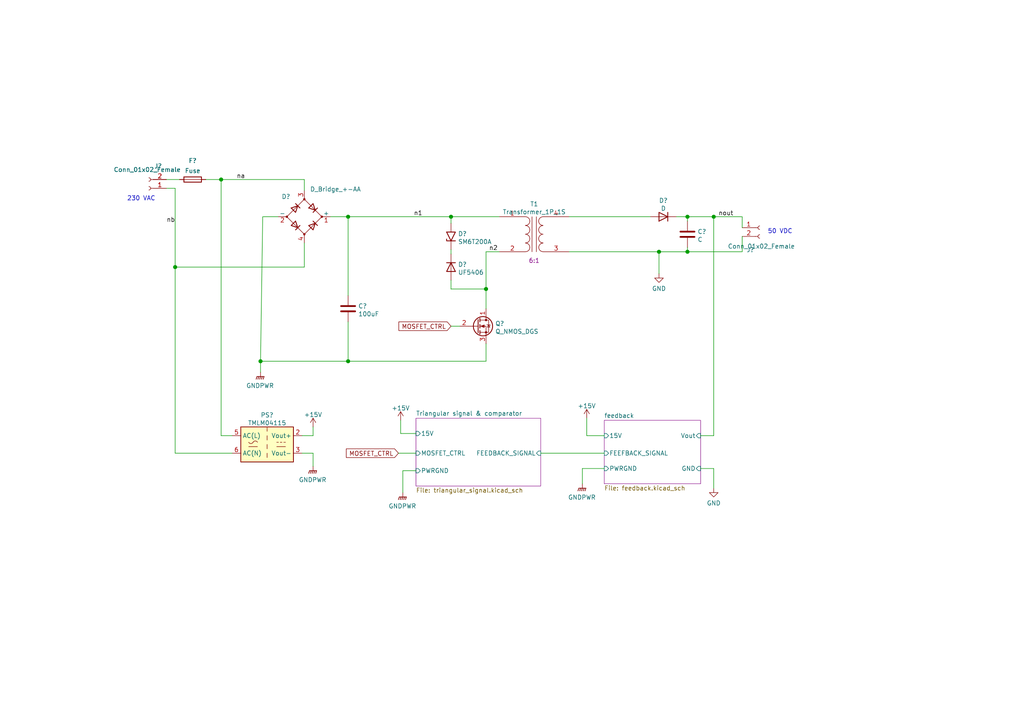
<source format=kicad_sch>
(kicad_sch (version 20210406) (generator eeschema)
  (paper "A4")
  (lib_symbols
    (symbol "Connector:Conn_01x02_Female" (pin_names (offset 1.016) hide)
      (property "Reference" "J" (at 0 2.54 0))
      (property "Value" "Conn_01x02_Female" (at 0 -5.08 0))
      (symbol "Conn_01x02_Female_1_1"
        (arc (start 0 -2.032) (end 0 -3.048) (radius (at 0 -2.54) (length 0.508) (angles 90.1 -90.1)) (stroke (width 0.1524)))
        (arc (start 0 0.508) (end 0 -0.508) (radius (at 0 0) (length 0.508) (angles 90.1 -90.1)) (stroke (width 0.1524)))
        (polyline (pts (xy -1.27 -2.54) (xy -0.508 -2.54)) (stroke (width 0.1524)))
        (polyline (pts (xy -1.27 0) (xy -0.508 0)) (stroke (width 0.1524)))
        (pin passive line (at -5.08 0 0) (length 3.81) (name "Pin_1") (number "1"))
        (pin passive line (at -5.08 -2.54 0) (length 3.81) (name "Pin_2") (number "2"))
      )
    )
    (symbol "Converter_ACDC:TMLM04115"
      (property "Reference" "PS" (at 0 6.35 0))
      (property "Value" "TMLM04115" (at 0 -6.35 0))
      (symbol "TMLM04115_0_1"
        (arc (start -5.334 0.635) (end -4.064 0.635) (radius (at -4.699 0.9652) (length 0.7112) (angles -152.5 -27.5)))
        (arc (start -2.794 0.635) (end -4.064 0.635) (radius (at -3.429 0.2794) (length 0.7366) (angles 29.2 150.8)))
        (rectangle (start -7.62 5.08) (end 7.62 -5.08) (stroke (width 0.254)) (fill (type background)))
        (polyline (pts (xy -5.334 -0.635) (xy -2.794 -0.635)))
        (polyline (pts (xy 0 -2.54) (xy 0 -3.81)))
        (polyline (pts (xy 0 0) (xy 0 -1.27)))
        (polyline (pts (xy 0 2.54) (xy 0 1.27)))
        (polyline (pts (xy 0 5.08) (xy 0 3.81)))
        (polyline (pts (xy 2.794 -0.635) (xy 5.334 -0.635)))
        (polyline (pts (xy 2.794 0.635) (xy 3.302 0.635)))
        (polyline (pts (xy 3.81 0.635) (xy 4.318 0.635)))
        (polyline (pts (xy 4.826 0.635) (xy 5.334 0.635)))
      )
      (symbol "TMLM04115_1_1"
        (pin power_out line (at 10.16 2.54 180) (length 2.54) (name "Vout+") (number "2"))
        (pin power_out line (at 10.16 -2.54 180) (length 2.54) (name "Vout-") (number "3"))
        (pin power_in line (at -10.16 2.54 0) (length 2.54) (name "AC(L)") (number "5"))
        (pin power_in line (at -10.16 -2.54 0) (length 2.54) (name "AC(N)") (number "6"))
      )
    )
    (symbol "Device:C" (pin_numbers hide) (pin_names (offset 0.254))
      (property "Reference" "C" (at 0.635 2.54 0))
      (property "Value" "C" (at 0.635 -2.54 0))
      (symbol "C_0_1"
        (polyline (pts (xy -2.032 -0.762) (xy 2.032 -0.762)) (stroke (width 0.508)))
        (polyline (pts (xy -2.032 0.762) (xy 2.032 0.762)) (stroke (width 0.508)))
      )
      (symbol "C_1_1"
        (pin passive line (at 0 3.81 270) (length 2.794) (name "~") (number "1"))
        (pin passive line (at 0 -3.81 90) (length 2.794) (name "~") (number "2"))
      )
    )
    (symbol "Device:D" (pin_numbers hide) (pin_names (offset 1.016) hide)
      (property "Reference" "D" (at 0 2.54 0))
      (property "Value" "D" (at 0 -2.54 0))
      (symbol "D_0_1"
        (polyline (pts (xy -1.27 1.27) (xy -1.27 -1.27)) (stroke (width 0.254)))
        (polyline (pts (xy 1.27 0) (xy -1.27 0)))
        (polyline (pts (xy 1.27 1.27) (xy 1.27 -1.27) (xy -1.27 0) (xy 1.27 1.27)) (stroke (width 0.254)))
      )
      (symbol "D_1_1"
        (pin passive line (at -3.81 0 0) (length 2.54) (name "K") (number "1"))
        (pin passive line (at 3.81 0 180) (length 2.54) (name "A") (number "2"))
      )
    )
    (symbol "Device:D_Bridge_+-AA" (pin_names (offset 0))
      (property "Reference" "D" (at 2.54 6.985 0))
      (property "Value" "D_Bridge_+-AA" (at 2.54 5.08 0))
      (symbol "D_Bridge_+-AA_0_1"
        (circle (center -5.08 0) (radius 0.254) (fill (type outline)))
        (circle (center 0 -5.08) (radius 0.254) (fill (type outline)))
        (circle (center 0 5.08) (radius 0.254) (fill (type outline)))
        (circle (center 5.08 0) (radius 0.254) (fill (type outline)))
        (polyline (pts (xy -2.54 3.81) (xy -1.27 2.54)) (stroke (width 0.254)))
        (polyline (pts (xy -1.27 -2.54) (xy -2.54 -3.81)) (stroke (width 0.254)))
        (polyline (pts (xy 2.54 -1.27) (xy 3.81 -2.54)) (stroke (width 0.254)))
        (polyline (pts (xy 2.54 1.27) (xy 3.81 2.54)) (stroke (width 0.254)))
        (polyline (pts (xy -3.81 2.54) (xy -2.54 1.27) (xy -1.905 3.175) (xy -3.81 2.54)) (stroke (width 0.254)))
        (polyline (pts (xy -2.54 -1.27) (xy -3.81 -2.54) (xy -1.905 -3.175) (xy -2.54 -1.27)) (stroke (width 0.254)))
        (polyline (pts (xy 1.27 2.54) (xy 2.54 3.81) (xy 3.175 1.905) (xy 1.27 2.54)) (stroke (width 0.254)))
        (polyline (pts (xy 3.175 -1.905) (xy 1.27 -2.54) (xy 2.54 -3.81) (xy 3.175 -1.905)) (stroke (width 0.254)))
        (polyline (pts (xy -5.08 0) (xy 0 -5.08) (xy 5.08 0) (xy 0 5.08) (xy -5.08 0)))
      )
      (symbol "D_Bridge_+-AA_1_1"
        (pin passive line (at 7.62 0 180) (length 2.54) (name "+") (number "1"))
        (pin passive line (at -7.62 0 0) (length 2.54) (name "-") (number "2"))
        (pin passive line (at 0 7.62 270) (length 2.54) (name "~~") (number "3"))
        (pin passive line (at 0 -7.62 90) (length 2.54) (name "~~") (number "4"))
      )
    )
    (symbol "Device:Fuse" (pin_numbers hide) (pin_names (offset 0))
      (property "Reference" "F" (at 2.032 0 90))
      (property "Value" "Fuse" (at -1.905 0 90))
      (symbol "Fuse_0_1"
        (rectangle (start -0.762 -2.54) (end 0.762 2.54) (stroke (width 0.254)))
        (polyline (pts (xy 0 2.54) (xy 0 -2.54)))
      )
      (symbol "Fuse_1_1"
        (pin passive line (at 0 3.81 270) (length 1.27) (name "~") (number "1"))
        (pin passive line (at 0 -3.81 90) (length 1.27) (name "~") (number "2"))
      )
    )
    (symbol "Device:Q_NMOS_DGS" (pin_names (offset 0) hide)
      (property "Reference" "Q" (at 5.08 1.27 0))
      (property "Value" "Q_NMOS_DGS" (at 5.08 -1.27 0))
      (symbol "Q_NMOS_DGS_0_1"
        (circle (center 1.651 0) (radius 2.794) (stroke (width 0.254)))
        (circle (center 2.54 -1.778) (radius 0.254) (fill (type outline)))
        (circle (center 2.54 1.778) (radius 0.254) (fill (type outline)))
        (polyline (pts (xy 0.254 0) (xy -2.54 0)))
        (polyline (pts (xy 0.254 1.905) (xy 0.254 -1.905)) (stroke (width 0.254)))
        (polyline (pts (xy 0.762 -1.27) (xy 0.762 -2.286)) (stroke (width 0.254)))
        (polyline (pts (xy 0.762 0.508) (xy 0.762 -0.508)) (stroke (width 0.254)))
        (polyline (pts (xy 0.762 2.286) (xy 0.762 1.27)) (stroke (width 0.254)))
        (polyline (pts (xy 2.54 2.54) (xy 2.54 1.778)))
        (polyline (pts (xy 2.54 -2.54) (xy 2.54 0) (xy 0.762 0)))
        (polyline (pts (xy 0.762 -1.778) (xy 3.302 -1.778) (xy 3.302 1.778) (xy 0.762 1.778)))
        (polyline (pts (xy 2.794 0.508) (xy 2.921 0.381) (xy 3.683 0.381) (xy 3.81 0.254)))
        (polyline (pts (xy 3.302 0.381) (xy 2.921 -0.254) (xy 3.683 -0.254) (xy 3.302 0.381)))
        (polyline (pts (xy 1.016 0) (xy 2.032 0.381) (xy 2.032 -0.381) (xy 1.016 0)) (fill (type outline)))
      )
      (symbol "Q_NMOS_DGS_1_1"
        (pin passive line (at 2.54 5.08 270) (length 2.54) (name "D") (number "1"))
        (pin input line (at -5.08 0 0) (length 2.54) (name "G") (number "2"))
        (pin passive line (at 2.54 -5.08 90) (length 2.54) (name "S") (number "3"))
      )
    )
    (symbol "Device:Transformer_1P_1S" (pin_names (offset 1.016) hide)
      (property "Reference" "T" (at 0 6.35 0))
      (property "Value" "Transformer_1P_1S" (at 0 -7.62 0))
      (symbol "Transformer_1P_1S_0_1"
        (arc (start -2.54 -2.54) (end -1.27 -3.81) (radius (at -2.54 -3.81) (length 1.27) (angles 89.9 0.1)))
        (arc (start -1.27 -3.81) (end -2.54 -5.0546) (radius (at -2.54 -3.81) (length 1.27) (angles -0.1 -89.9)))
        (arc (start -2.54 0) (end -1.27 -1.27) (radius (at -2.54 -1.27) (length 1.27) (angles 89.9 0.1)))
        (arc (start -1.27 -1.27) (end -2.54 -2.5146) (radius (at -2.54 -1.27) (length 1.27) (angles -0.1 -89.9)))
        (arc (start -2.54 2.54) (end -1.27 1.27) (radius (at -2.54 1.27) (length 1.27) (angles 89.9 0.1)))
        (arc (start -1.27 1.27) (end -2.54 0.0254) (radius (at -2.54 1.27) (length 1.27) (angles -0.1 -89.9)))
        (arc (start -2.54 5.08) (end -1.27 3.81) (radius (at -2.54 3.81) (length 1.27) (angles 89.9 0.1)))
        (arc (start -1.27 3.81) (end -2.54 2.5654) (radius (at -2.54 3.81) (length 1.27) (angles -0.1 -89.9)))
        (arc (start 2.54 0) (end 1.2954 -1.27) (radius (at 2.54 -1.27) (length 1.27) (angles 89.9 -179.9)))
        (arc (start 1.2954 -1.27) (end 2.54 -2.5146) (radius (at 2.54 -1.27) (length 1.27) (angles 179.9 -89.9)))
        (arc (start 2.54 2.54) (end 1.2954 1.27) (radius (at 2.54 1.27) (length 1.27) (angles 89.9 -179.9)))
        (arc (start 1.2954 1.27) (end 2.54 0.0254) (radius (at 2.54 1.27) (length 1.27) (angles 179.9 -89.9)))
        (arc (start 2.54 5.08) (end 1.2954 3.81) (radius (at 2.54 3.81) (length 1.27) (angles 89.9 -179.9)))
        (arc (start 1.2954 3.81) (end 2.54 2.5654) (radius (at 2.54 3.81) (length 1.27) (angles 179.9 -89.9)))
        (arc (start 2.5654 -2.54) (end 1.3208 -3.81) (radius (at 2.5654 -3.81) (length 1.27) (angles 91 -179.9)))
        (arc (start 2.5654 -5.0546) (end 1.3208 -3.81) (radius (at 2.5654 -3.81) (length 1.27) (angles -91.2 -179.9)))
        (polyline (pts (xy -0.635 5.08) (xy -0.635 -5.08)))
        (polyline (pts (xy 0.635 -5.08) (xy 0.635 5.08)))
      )
      (symbol "Transformer_1P_1S_1_1"
        (pin passive line (at -10.16 5.08 0) (length 7.62) (name "AA") (number "1"))
        (pin passive line (at -10.16 -5.08 0) (length 7.62) (name "AB") (number "2"))
        (pin passive line (at 10.16 -5.08 180) (length 7.62) (name "SA") (number "3"))
        (pin passive line (at 10.16 5.08 180) (length 7.62) (name "SB") (number "4"))
      )
    )
    (symbol "Diode:SM6T200A" (pin_numbers hide) (pin_names (offset 1.016) hide)
      (property "Reference" "D" (at 0 2.54 0))
      (property "Value" "SM6T200A" (at 0 -2.54 0))
      (symbol "SM6T200A_0_1"
        (polyline (pts (xy -0.762 1.27) (xy -1.27 1.27) (xy -1.27 -1.27)) (stroke (width 0.254)))
        (polyline (pts (xy 1.27 1.27) (xy 1.27 -1.27) (xy -1.27 0) (xy 1.27 1.27)) (stroke (width 0.254)))
      )
      (symbol "SM6T200A_1_1"
        (pin passive line (at -3.81 0 0) (length 2.54) (name "A1") (number "1"))
        (pin passive line (at 3.81 0 180) (length 2.54) (name "A2") (number "2"))
      )
    )
    (symbol "Diode:UF5406" (pin_numbers hide) (pin_names (offset 1.016) hide)
      (property "Reference" "D" (at 0 2.54 0))
      (property "Value" "UF5406" (at 0 -2.54 0))
      (symbol "UF5406_0_1"
        (polyline (pts (xy -1.27 1.27) (xy -1.27 -1.27)) (stroke (width 0.254)))
        (polyline (pts (xy 1.27 0) (xy -1.27 0)))
        (polyline (pts (xy 1.27 1.27) (xy 1.27 -1.27) (xy -1.27 0) (xy 1.27 1.27)) (stroke (width 0.254)))
      )
      (symbol "UF5406_1_1"
        (pin passive line (at -3.81 0 0) (length 2.54) (name "K") (number "1"))
        (pin passive line (at 3.81 0 180) (length 2.54) (name "A") (number "2"))
      )
    )
    (symbol "power:+15V" (power) (pin_names (offset 0))
      (property "Value" "+15V" (at 0 3.556 0))
      (symbol "+15V_0_1"
        (polyline (pts (xy -0.762 1.27) (xy 0 2.54)))
        (polyline (pts (xy 0 0) (xy 0 2.54)))
        (polyline (pts (xy 0 2.54) (xy 0.762 1.27)))
      )
      (symbol "+15V_1_1"
        (pin power_in line (at 0 0 90) (length 0) hide (name "+15V") (number "1"))
      )
    )
    (symbol "power:GND" (power) (pin_names (offset 0))
      (property "Value" "GND" (at 0 -3.81 0))
      (symbol "GND_0_1"
        (polyline (pts (xy 0 0) (xy 0 -1.27) (xy 1.27 -1.27) (xy 0 -2.54) (xy -1.27 -1.27) (xy 0 -1.27)))
      )
      (symbol "GND_1_1"
        (pin power_in line (at 0 0 270) (length 0) hide (name "GND") (number "1"))
      )
    )
    (symbol "power:GNDPWR" (power) (pin_names (offset 0))
      (property "Value" "GNDPWR" (at 0 -3.302 0))
      (symbol "GNDPWR_0_1"
        (polyline (pts (xy 0 -1.27) (xy 0 0)))
        (polyline (pts (xy -1.016 -1.27) (xy -1.27 -2.032) (xy -1.27 -2.032)) (stroke (width 0.2032)))
        (polyline (pts (xy -0.508 -1.27) (xy -0.762 -2.032) (xy -0.762 -2.032)) (stroke (width 0.2032)))
        (polyline (pts (xy 0 -1.27) (xy -0.254 -2.032) (xy -0.254 -2.032)) (stroke (width 0.2032)))
        (polyline (pts (xy 0.508 -1.27) (xy 0.254 -2.032) (xy 0.254 -2.032)) (stroke (width 0.2032)))
        (polyline (pts (xy 1.016 -1.27) (xy -1.016 -1.27) (xy -1.016 -1.27)) (stroke (width 0.2032)))
        (polyline (pts (xy 1.016 -1.27) (xy 0.762 -2.032) (xy 0.762 -2.032) (xy 0.762 -2.032)) (stroke (width 0.2032)))
      )
      (symbol "GNDPWR_1_1"
        (pin power_in line (at 0 0 270) (length 0) hide (name "GNDPWR") (number "1"))
      )
    )
  )
  (junction (at 50.8 77.47) (diameter 1.016))
  (junction (at 64.135 52.07) (diameter 1.016))
  (junction (at 75.565 104.775) (diameter 1.016))
  (junction (at 100.965 62.865) (diameter 1.016))
  (junction (at 100.965 104.775) (diameter 1.016))
  (junction (at 130.81 62.865) (diameter 1.016))
  (junction (at 140.97 83.82) (diameter 1.016))
  (junction (at 191.135 73.025) (diameter 1.016))
  (junction (at 199.39 62.865) (diameter 1.016))
  (junction (at 199.39 73.025) (diameter 1.016))
  (junction (at 207.01 62.865) (diameter 1.016))
  (wire (pts (xy 48.26 52.07) (xy 52.07 52.07)))
  (wire (pts (xy 50.8 54.61) (xy 48.26 54.61)))
  (wire (pts (xy 50.8 54.61) (xy 50.8 77.47)))
  (wire (pts (xy 50.8 77.47) (xy 50.8 131.445)))
  (wire (pts (xy 50.8 77.47) (xy 88.265 77.47)))
  (wire (pts (xy 50.8 131.445) (xy 67.31 131.445)))
  (wire (pts (xy 59.69 52.07) (xy 64.135 52.07)))
  (wire (pts (xy 64.135 52.07) (xy 64.135 126.365)))
  (wire (pts (xy 64.135 52.07) (xy 88.265 52.07)))
  (wire (pts (xy 67.31 126.365) (xy 64.135 126.365)))
  (wire (pts (xy 75.565 104.775) (xy 75.565 107.95)))
  (wire (pts (xy 76.2 62.865) (xy 75.565 104.775)))
  (wire (pts (xy 76.2 62.865) (xy 80.645 62.865)))
  (wire (pts (xy 87.63 126.365) (xy 90.805 126.365)))
  (wire (pts (xy 87.63 131.445) (xy 90.805 131.445)))
  (wire (pts (xy 88.265 55.245) (xy 88.265 52.07)))
  (wire (pts (xy 88.265 70.485) (xy 88.265 77.47)))
  (wire (pts (xy 90.805 123.825) (xy 90.805 126.365)))
  (wire (pts (xy 90.805 131.445) (xy 90.805 135.255)))
  (wire (pts (xy 95.885 62.865) (xy 100.965 62.865)))
  (wire (pts (xy 100.965 62.865) (xy 100.965 85.725)))
  (wire (pts (xy 100.965 62.865) (xy 130.81 62.865)))
  (wire (pts (xy 100.965 93.345) (xy 100.965 104.775)))
  (wire (pts (xy 100.965 104.775) (xy 75.565 104.775)))
  (wire (pts (xy 100.965 104.775) (xy 140.97 104.775)))
  (wire (pts (xy 115.57 131.445) (xy 120.65 131.445)))
  (wire (pts (xy 116.205 125.73) (xy 116.205 121.92)))
  (wire (pts (xy 116.84 136.525) (xy 116.84 142.875)))
  (wire (pts (xy 120.65 125.73) (xy 116.205 125.73)))
  (wire (pts (xy 120.65 136.525) (xy 116.84 136.525)))
  (wire (pts (xy 130.81 62.865) (xy 130.81 64.77)))
  (wire (pts (xy 130.81 62.865) (xy 144.78 62.865)))
  (wire (pts (xy 130.81 72.39) (xy 130.81 73.66)))
  (wire (pts (xy 130.81 81.28) (xy 130.81 83.82)))
  (wire (pts (xy 130.81 83.82) (xy 140.97 83.82)))
  (wire (pts (xy 130.81 94.615) (xy 133.35 94.615)))
  (wire (pts (xy 140.97 73.025) (xy 144.78 73.025)))
  (wire (pts (xy 140.97 83.82) (xy 140.97 73.025)))
  (wire (pts (xy 140.97 89.535) (xy 140.97 83.82)))
  (wire (pts (xy 140.97 99.695) (xy 140.97 104.775)))
  (wire (pts (xy 156.845 131.445) (xy 175.26 131.445)))
  (wire (pts (xy 165.1 62.865) (xy 188.595 62.865)))
  (wire (pts (xy 165.1 73.025) (xy 191.135 73.025)))
  (wire (pts (xy 168.91 135.89) (xy 168.91 140.335)))
  (wire (pts (xy 170.18 121.285) (xy 170.18 126.365)))
  (wire (pts (xy 175.26 126.365) (xy 170.18 126.365)))
  (wire (pts (xy 175.26 135.89) (xy 168.91 135.89)))
  (wire (pts (xy 191.135 73.025) (xy 191.135 79.375)))
  (wire (pts (xy 191.135 73.025) (xy 199.39 73.025)) (stroke (width 0.1524)))
  (wire (pts (xy 196.215 62.865) (xy 199.39 62.865)))
  (wire (pts (xy 199.39 62.865) (xy 199.39 64.135)))
  (wire (pts (xy 199.39 62.865) (xy 207.01 62.865)))
  (wire (pts (xy 199.39 71.755) (xy 199.39 73.025)))
  (wire (pts (xy 199.39 73.025) (xy 191.135 73.025)))
  (wire (pts (xy 199.39 73.025) (xy 215.265 73.025)) (stroke (width 0.1524)))
  (wire (pts (xy 203.2 135.89) (xy 207.01 135.89)))
  (wire (pts (xy 207.01 62.865) (xy 207.01 126.365)))
  (wire (pts (xy 207.01 62.865) (xy 215.265 62.865)))
  (wire (pts (xy 207.01 126.365) (xy 203.2 126.365)))
  (wire (pts (xy 207.01 135.89) (xy 207.01 141.605)))
  (wire (pts (xy 215.265 62.865) (xy 215.265 66.04)))
  (wire (pts (xy 215.265 68.58) (xy 215.265 73.025)))
  (text "230 VAC" (at 45.085 58.42 180) (effects (font (size 1.27 1.27)) (justify right bottom)))
  (text "50 VDC" (at 229.87 67.945 180) (effects (font (size 1.27 1.27)) (justify right bottom)))
  (label "nb" (at 50.8 64.77 180))
  (label "na" (at 71.12 52.07 180))
  (label "n1" (at 122.555 62.865 180))
  (label "n2" (at 144.3865 72.9594 180))
  (label "nout" (at 212.725 62.865 180))
  (global_label "MOSFET_CTRL" (shape input) (at 115.57 131.445 180) (property "Intersheet References" "${INTERSHEET_REFS}" (effects hide)))
  (global_label "MOSFET_CTRL" (shape input) (at 130.81 94.615 180) (property "Intersheet References" "${INTERSHEET_REFS}" (effects hide)))
  (symbol (lib_id "power:+15V") (at 90.805 123.825 0) (unit 1)
    (property "Reference" "#PWR?" (effects hide))
    (property "Value" "+15V" (at 90.805 120.2776 0))
  )
  (symbol (lib_id "power:+15V") (at 116.205 121.92 0) (unit 1)
    (property "Reference" "#PWR?" (effects hide))
    (property "Value" "+15V" (at 116.205 118.3726 0))
  )
  (symbol (lib_id "power:+15V") (at 170.18 121.285 0) (unit 1)
    (property "Reference" "#PWR?" (effects hide))
    (property "Value" "+15V" (at 170.18 117.7376 0))
  )
  (symbol (lib_id "power:GNDPWR") (at 75.565 107.95 0) (unit 1)
    (property "Reference" "#PWR?" (effects hide))
    (property "Value" "GNDPWR" (at 75.438 111.868 0))
  )
  (symbol (lib_id "power:GNDPWR") (at 90.805 135.255 0) (unit 1)
    (property "Reference" "#PWR?" (effects hide))
    (property "Value" "GNDPWR" (at 90.678 139.173 0))
  )
  (symbol (lib_id "power:GNDPWR") (at 116.84 142.875 0) (unit 1)
    (property "Reference" "#PWR?" (effects hide))
    (property "Value" "GNDPWR" (at 116.713 146.793 0))
  )
  (symbol (lib_id "power:GNDPWR") (at 168.91 140.335 0) (unit 1)
    (property "Reference" "#PWR?" (effects hide))
    (property "Value" "GNDPWR" (at 168.783 144.253 0))
  )
  (symbol (lib_id "power:GND") (at 191.135 79.375 0) (unit 1)
    (property "Reference" "#PWR?" (effects hide))
    (property "Value" "GND" (at 191.135 83.6994 0))
  )
  (symbol (lib_id "power:GND") (at 207.01 141.605 0) (unit 1)
    (property "Reference" "#PWR?" (effects hide))
    (property "Value" "GND" (at 207.01 145.9294 0))
  )
  (symbol (lib_id "Device:Fuse") (at 55.88 52.07 90) (unit 1)
    (property "Reference" "F?" (at 55.88 46.6048 90))
    (property "Value" "Fuse" (at 55.88 49.5385 90))
  )
  (symbol (lib_id "Connector:Conn_01x02_Female") (at 43.18 54.61 180) (unit 1)
    (property "Reference" "J?" (at 45.8724 48.1796 0))
    (property "Value" "Conn_01x02_Female" (at 42.6974 49.2083 0))
  )
  (symbol (lib_id "Connector:Conn_01x02_Female") (at 220.345 66.04 0) (unit 1)
    (property "Reference" "J?" (at 217.6526 72.4704 0))
    (property "Value" "Conn_01x02_Female" (at 220.8276 71.4417 0))
  )
  (symbol (lib_id "Diode:SM6T200A") (at 130.81 68.58 90) (unit 1)
    (property "Reference" "D?" (at 132.8421 67.8191 90) (effects (justify right)))
    (property "Value" "SM6T200A" (at 132.8421 70.1178 90) (effects (justify right)))
    (property "Footprint" "Diode_SMD:D_SMB" (effects hide))
    (property "Datasheet" "https://www.st.com/resource/en/datasheet/sm6t.pdf" (effects hide))
  )
  (symbol (lib_id "Diode:UF5406") (at 130.81 77.47 270) (unit 1)
    (property "Reference" "D?" (at 132.8421 76.7091 90) (effects (justify left)))
    (property "Value" "UF5406" (at 132.8421 79.0078 90) (effects (justify left)))
    (property "Footprint" "Diode_THT:D_DO-201AD_P15.24mm_Horizontal" (effects hide))
    (property "Datasheet" "http://www.vishay.com/docs/88756/uf5400.pdf" (effects hide))
  )
  (symbol (lib_id "Device:D") (at 192.405 62.865 180) (unit 1)
    (property "Reference" "D?" (at 192.405 58.1618 0))
    (property "Value" "D" (at 192.405 60.4605 0))
  )
  (symbol (lib_id "Device:C") (at 100.965 89.535 0) (unit 1)
    (property "Reference" "C?" (at 103.8861 88.7741 0) (effects (justify left)))
    (property "Value" "100uF" (at 103.8861 91.0728 0) (effects (justify left)))
  )
  (symbol (lib_id "Device:C") (at 199.39 67.945 0) (unit 1)
    (property "Reference" "C?" (at 202.3111 67.1841 0) (effects (justify left)))
    (property "Value" "C" (at 202.3111 69.4828 0) (effects (justify left)))
  )
  (symbol (lib_id "Device:Q_NMOS_DGS") (at 138.43 94.615 0) (unit 1)
    (property "Reference" "Q?" (at 143.6371 93.8541 0) (effects (justify left)))
    (property "Value" "Q_NMOS_DGS" (at 143.6371 96.1528 0) (effects (justify left)))
  )
  (symbol (lib_id "Converter_ACDC:TMLM04115") (at 77.47 128.905 0) (unit 1)
    (property "Reference" "PS?" (at 77.47 120.3918 0))
    (property "Value" "TMLM04115" (at 77.47 122.6905 0))
    (property "Footprint" "Converter_ACDC:Converter_ACDC_TRACO_TMLM-04_THT" (effects hide))
    (property "Datasheet" "https://www.tracopower.com/products/tmlm.pdf" (effects hide))
  )
  (symbol (lib_id "Device:Transformer_1P_1S") (at 154.94 67.945 0) (unit 1)
    (property "Reference" "T1" (at 154.94 59.1778 0))
    (property "Value" "Transformer_1P_1S" (at 154.94 61.4765 0))
    (property "Footprint" "Transformer_THT:Transformer_NF_ETAL_P3356" (effects hide))
    (property "Ratio" "6:1" (at 154.94 75.565 0))
  )
  (symbol (lib_id "Device:D_Bridge_+-AA") (at 88.265 62.865 0) (unit 1)
    (property "Reference" "D?" (at 81.6611 57.0241 0) (effects (justify left)))
    (property "Value" "D_Bridge_+-AA" (at 89.9161 54.8778 0) (effects (justify left)))
  )
  (sheet (at 120.65 121.285) (size 36.195 19.685) (stroke (width 0.0006) (color 132 0 132 1)) (fill (color 255 255 255 0.0000))
    (property "Sheet name" "Triangular signal & comparator" (at 120.65 120.6493 0) (effects (justify left bottom)))
    (property "Sheet file" "triangular_signal.kicad_sch" (at 120.65 141.4787 0) (effects (justify left top)))
    (pin "FEEDBACK_SIGNAL" input (at 156.845 131.445 0))
    (pin "PWRGND" input (at 120.65 136.525 180))
    (pin "MOSFET_CTRL" input (at 120.65 131.445 180))
    (pin "15V" input (at 120.65 125.73 180))
  )
  (sheet (at 175.26 121.92) (size 27.94 18.415) (stroke (width 0.0006) (color 132 0 132 1)) (fill (color 255 255 255 0.0000))
    (property "Sheet name" "feedback" (at 175.26 121.2843 0) (effects (justify left bottom)))
    (property "Sheet file" "feedback.kicad_sch" (at 175.26 140.8437 0) (effects (justify left top)))
    (pin "Vout" input (at 203.2 126.365 0))
    (pin "GND" input (at 203.2 135.89 0))
    (pin "PWRGND" input (at 175.26 135.89 180))
    (pin "15V" input (at 175.26 126.365 180))
    (pin "FEEFBACK_SIGNAL" input (at 175.26 131.445 180))
  )
)
</source>
